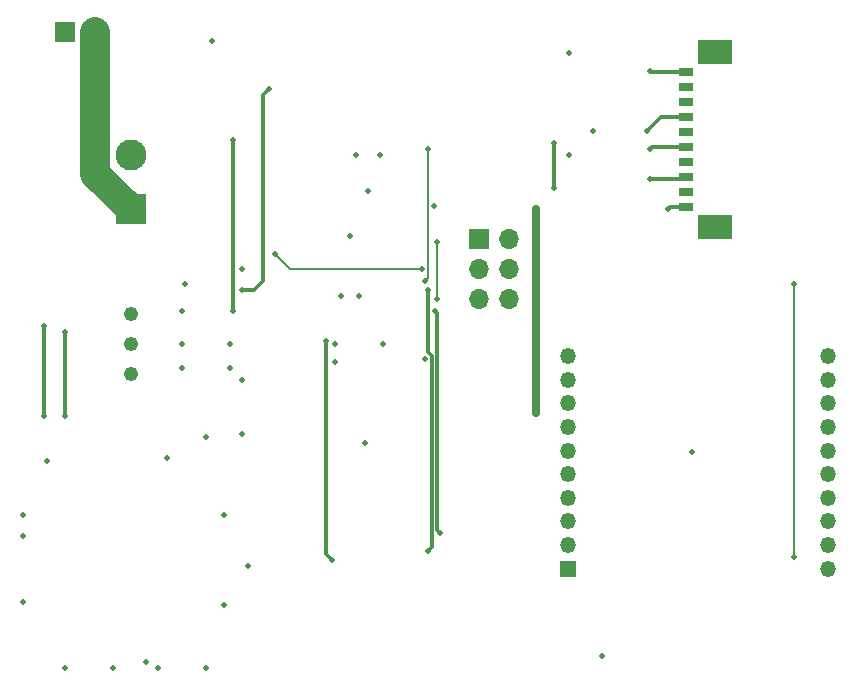
<source format=gbr>
%TF.GenerationSoftware,KiCad,Pcbnew,(5.1.7)-1*%
%TF.CreationDate,2020-12-22T10:31:33-06:00*%
%TF.ProjectId,tracker,74726163-6b65-4722-9e6b-696361645f70,1.0*%
%TF.SameCoordinates,Original*%
%TF.FileFunction,Copper,L4,Bot*%
%TF.FilePolarity,Positive*%
%FSLAX46Y46*%
G04 Gerber Fmt 4.6, Leading zero omitted, Abs format (unit mm)*
G04 Created by KiCad (PCBNEW (5.1.7)-1) date 2020-12-22 10:31:33*
%MOMM*%
%LPD*%
G01*
G04 APERTURE LIST*
%TA.AperFunction,SMDPad,CuDef*%
%ADD10R,3.000000X2.100000*%
%TD*%
%TA.AperFunction,SMDPad,CuDef*%
%ADD11R,1.300000X0.800000*%
%TD*%
%TA.AperFunction,ComponentPad*%
%ADD12R,1.700000X1.700000*%
%TD*%
%TA.AperFunction,ComponentPad*%
%ADD13O,1.700000X1.700000*%
%TD*%
%TA.AperFunction,ComponentPad*%
%ADD14R,2.625000X2.625000*%
%TD*%
%TA.AperFunction,ComponentPad*%
%ADD15C,2.625000*%
%TD*%
%TA.AperFunction,ComponentPad*%
%ADD16R,1.350000X1.350000*%
%TD*%
%TA.AperFunction,ComponentPad*%
%ADD17O,1.350000X1.350000*%
%TD*%
%TA.AperFunction,ComponentPad*%
%ADD18C,1.219200*%
%TD*%
%TA.AperFunction,ViaPad*%
%ADD19C,0.508000*%
%TD*%
%TA.AperFunction,Conductor*%
%ADD20C,0.304800*%
%TD*%
%TA.AperFunction,Conductor*%
%ADD21C,0.152400*%
%TD*%
%TA.AperFunction,Conductor*%
%ADD22C,0.635000*%
%TD*%
%TA.AperFunction,Conductor*%
%ADD23C,2.540000*%
%TD*%
G04 APERTURE END LIST*
D10*
%TO.P,J1,*%
%TO.N,*%
X177202000Y-105977000D03*
X177202000Y-91127000D03*
D11*
%TO.P,J1,10*%
%TO.N,RB_GND*%
X174752000Y-104267000D03*
%TO.P,J1,9*%
%TO.N,N/C*%
X174752000Y-102997000D03*
%TO.P,J1,8*%
%TO.N,RB_5V*%
X174752000Y-101727000D03*
%TO.P,J1,7*%
%TO.N,N/C*%
X174752000Y-100457000D03*
%TO.P,J1,6*%
%TO.N,RB_RXI*%
X174752000Y-99187000D03*
%TO.P,J1,5*%
%TO.N,N/C*%
X174752000Y-97917000D03*
%TO.P,J1,4*%
%TO.N,RB_NetAv*%
X174752000Y-96647000D03*
%TO.P,J1,3*%
%TO.N,N/C*%
X174752000Y-95377000D03*
%TO.P,J1,2*%
X174752000Y-94107000D03*
%TO.P,J1,1*%
%TO.N,RB_TXO*%
X174752000Y-92837000D03*
%TD*%
D12*
%TO.P,J2,1*%
%TO.N,MISO*%
X157226000Y-106934000D03*
D13*
%TO.P,J2,2*%
%TO.N,SCK*%
X159766000Y-106934000D03*
%TO.P,J2,3*%
%TO.N,RESET*%
X157226000Y-109474000D03*
%TO.P,J2,4*%
%TO.N,RB_GND*%
X159766000Y-109474000D03*
%TO.P,J2,5*%
%TO.N,MOSI*%
X157226000Y-112014000D03*
%TO.P,J2,6*%
%TO.N,+3V3*%
X159766000Y-112014000D03*
%TD*%
%TO.P,J4,2*%
%TO.N,Net-(J3-Pad1)*%
X124714000Y-89408000D03*
D12*
%TO.P,J4,1*%
%TO.N,RB_GND*%
X122174000Y-89408000D03*
%TD*%
D14*
%TO.P,SW1,1*%
%TO.N,Net-(J3-Pad1)*%
X127688000Y-104422000D03*
D15*
%TO.P,SW1,2*%
%TO.N,Net-(C10-Pad1)*%
X127688000Y-99822000D03*
%TD*%
D16*
%TO.P,U1,1*%
%TO.N,+3V3*%
X164768000Y-134874000D03*
D17*
%TO.P,U1,20*%
%TO.N,N/C*%
X186768000Y-134874000D03*
%TO.P,U1,2*%
%TO.N,XBee_to_Uc*%
X164768000Y-132874000D03*
%TO.P,U1,19*%
%TO.N,N/C*%
X186768000Y-132874000D03*
%TO.P,U1,3*%
%TO.N,XBee_from_Uc*%
X164768000Y-130874000D03*
%TO.P,U1,18*%
%TO.N,N/C*%
X186768000Y-130874000D03*
%TO.P,U1,4*%
X164768000Y-128874000D03*
%TO.P,U1,17*%
%TO.N,Net-(R7-Pad2)*%
X186768000Y-128874000D03*
%TO.P,U1,5*%
%TO.N,N/C*%
X164768000Y-126874000D03*
%TO.P,U1,16*%
X186768000Y-126874000D03*
%TO.P,U1,6*%
%TO.N,Net-(R8-Pad1)*%
X164768000Y-124874000D03*
%TO.P,U1,15*%
%TO.N,Net-(R9-Pad1)*%
X186768000Y-124874000D03*
%TO.P,U1,7*%
%TO.N,N/C*%
X164768000Y-122874000D03*
%TO.P,U1,14*%
X186768000Y-122874000D03*
%TO.P,U1,8*%
X164768000Y-120874000D03*
%TO.P,U1,13*%
X186768000Y-120874000D03*
%TO.P,U1,9*%
X164768000Y-118874000D03*
%TO.P,U1,12*%
X186768000Y-118874000D03*
%TO.P,U1,10*%
%TO.N,RB_GND*%
X164768000Y-116874000D03*
%TO.P,U1,11*%
%TO.N,N/C*%
X186768000Y-116874000D03*
%TD*%
D18*
%TO.P,U3,3*%
%TO.N,RB_5V*%
X127762000Y-118364000D03*
%TO.P,U3,2*%
%TO.N,RB_GND*%
X127762000Y-115824000D03*
%TO.P,U3,1*%
%TO.N,Net-(F1-Pad1)*%
X127762000Y-113284000D03*
%TD*%
D19*
%TO.N,RB_GND*%
X146812000Y-99822000D03*
X148844000Y-99822000D03*
X153416000Y-104140000D03*
X132080000Y-113030000D03*
X137160000Y-118872000D03*
X136144000Y-117856000D03*
X136144000Y-115824000D03*
X130810000Y-125476000D03*
X135636000Y-130302000D03*
X118618000Y-130302000D03*
X118618000Y-137668000D03*
X122174000Y-143256000D03*
X130048000Y-143256000D03*
X135636000Y-137922000D03*
X175260000Y-124968000D03*
X167640000Y-142240000D03*
X173228000Y-104394000D03*
X145034000Y-117348000D03*
X152654000Y-117094000D03*
X146304000Y-106680000D03*
X147574000Y-124206000D03*
X145542000Y-111760000D03*
X147066000Y-111760000D03*
X134112000Y-123698000D03*
X134620000Y-90170000D03*
X129032000Y-142748000D03*
X120623118Y-125756882D03*
%TO.N,+3V3*%
X137160000Y-109474000D03*
X132334000Y-110744000D03*
X118618000Y-132080000D03*
X134112000Y-143256000D03*
X126238000Y-143256000D03*
X137668000Y-134620000D03*
X164846000Y-91186000D03*
X166878000Y-97790000D03*
X164846000Y-99822000D03*
X145034000Y-115824000D03*
X149098000Y-115824000D03*
X132080000Y-115824000D03*
X132080000Y-117856000D03*
X147828000Y-102870000D03*
%TO.N,RESET*%
X152400000Y-109474000D03*
X139954000Y-108204000D03*
X183896000Y-110744000D03*
X183896000Y-133858000D03*
%TO.N,RB_5V*%
X171704000Y-101854000D03*
X137160000Y-123444000D03*
X162052000Y-121666000D03*
X162052000Y-104394000D03*
%TO.N,RB_RXI*%
X171704000Y-99314000D03*
%TO.N,RB_NetAv*%
X171450000Y-97790000D03*
X152654000Y-110490000D03*
X152908000Y-99314000D03*
%TO.N,RB_TXO*%
X171704000Y-92710000D03*
%TO.N,MOSI*%
X153670000Y-107188000D03*
X153670000Y-112014000D03*
%TO.N,RB_TXO_3V3*%
X139446000Y-94234000D03*
X137160000Y-111252000D03*
%TO.N,RB_RXI_3V3*%
X163576000Y-102616000D03*
X163576000Y-98806000D03*
X136398000Y-98552000D03*
X136398000Y-113030000D03*
%TO.N,Net-(R12-Pad2)*%
X120396000Y-121920000D03*
X120396000Y-114300000D03*
%TO.N,Net-(R13-Pad2)*%
X122174000Y-121920000D03*
X122174000Y-114858800D03*
%TO.N,Net-(R14-Pad2)*%
X144780000Y-134112000D03*
X144272000Y-115570000D03*
%TO.N,Net-(R15-Pad2)*%
X153466800Y-113030000D03*
X153924000Y-131826000D03*
%TO.N,GPS_PPS*%
X152908000Y-133350000D03*
X152908000Y-111252000D03*
%TD*%
D20*
%TO.N,RB_GND*%
X173355000Y-104267000D02*
X173228000Y-104394000D01*
X174752000Y-104267000D02*
X173355000Y-104267000D01*
D21*
%TO.N,RESET*%
X141224000Y-109474000D02*
X139954000Y-108204000D01*
X152400000Y-109474000D02*
X141224000Y-109474000D01*
X183896000Y-110744000D02*
X183896000Y-133858000D01*
D20*
%TO.N,RB_5V*%
X174625000Y-101854000D02*
X174752000Y-101727000D01*
X171704000Y-101854000D02*
X174625000Y-101854000D01*
D22*
X162052000Y-121666000D02*
X162052000Y-104394000D01*
D20*
%TO.N,RB_RXI*%
X171831000Y-99187000D02*
X171704000Y-99314000D01*
X174752000Y-99187000D02*
X171831000Y-99187000D01*
%TO.N,RB_NetAv*%
X172593000Y-96647000D02*
X174752000Y-96647000D01*
X171450000Y-97790000D02*
X172593000Y-96647000D01*
D21*
X152908000Y-110236000D02*
X152908000Y-99314000D01*
X152654000Y-110490000D02*
X152908000Y-110236000D01*
D20*
%TO.N,RB_TXO*%
X171831000Y-92837000D02*
X171704000Y-92710000D01*
X174752000Y-92837000D02*
X171831000Y-92837000D01*
D21*
%TO.N,MOSI*%
X153670000Y-107188000D02*
X153670000Y-112014000D01*
D23*
%TO.N,Net-(J3-Pad1)*%
X124714000Y-101448000D02*
X127688000Y-104422000D01*
X124714000Y-89408000D02*
X124714000Y-101448000D01*
D20*
%TO.N,RB_TXO_3V3*%
X139446000Y-94234000D02*
X138938000Y-94742000D01*
X138938000Y-94742000D02*
X138938000Y-110490000D01*
X138176000Y-111252000D02*
X137160000Y-111252000D01*
X138938000Y-110490000D02*
X138176000Y-111252000D01*
%TO.N,RB_RXI_3V3*%
X163576000Y-102616000D02*
X163576000Y-98806000D01*
X136398000Y-98552000D02*
X136398000Y-113030000D01*
%TO.N,Net-(R12-Pad2)*%
X120396000Y-121920000D02*
X120396000Y-114300000D01*
%TO.N,Net-(R13-Pad2)*%
X122174000Y-121920000D02*
X122174000Y-114858800D01*
%TO.N,Net-(R14-Pad2)*%
X144272000Y-133604000D02*
X144272000Y-115570000D01*
X144780000Y-134112000D02*
X144272000Y-133604000D01*
%TO.N,Net-(R15-Pad2)*%
X153466800Y-113030000D02*
X153670011Y-113233211D01*
X153670011Y-131572011D02*
X153924000Y-131826000D01*
X153670011Y-113233211D02*
X153670011Y-131572011D01*
%TO.N,GPS_PPS*%
X153212801Y-116840000D02*
X152908000Y-116535199D01*
X153212801Y-133045199D02*
X153212801Y-116840000D01*
X152908000Y-116535199D02*
X152908000Y-111252000D01*
X152908000Y-133350000D02*
X153212801Y-133045199D01*
%TD*%
M02*

</source>
